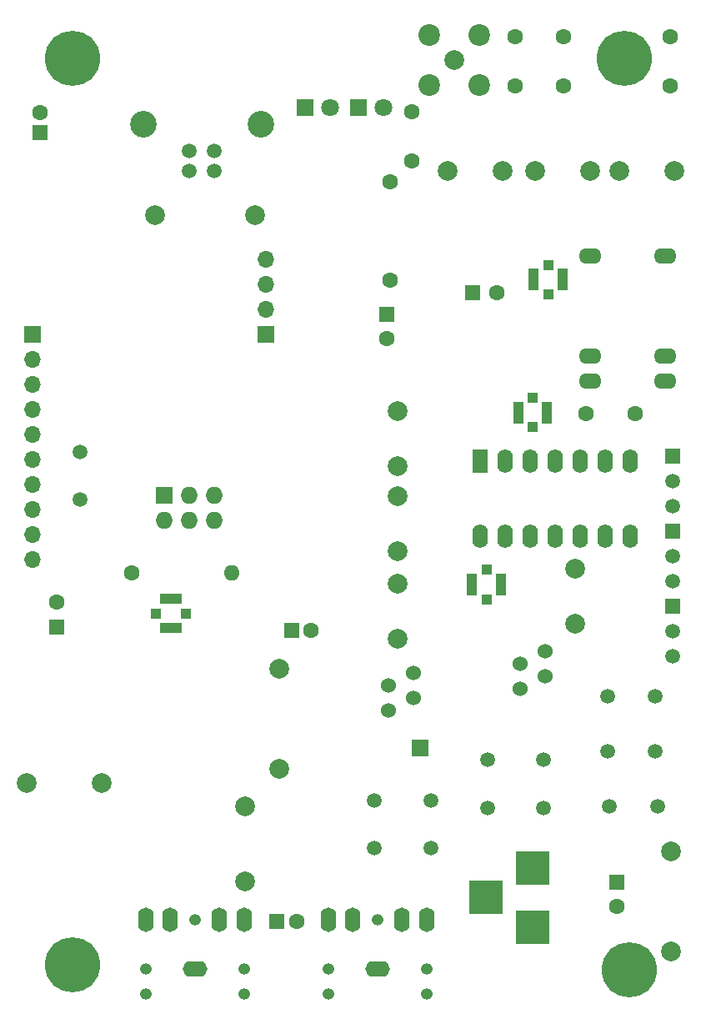
<source format=gbs>
G04 #@! TF.FileFunction,Soldermask,Bot*
%FSLAX46Y46*%
G04 Gerber Fmt 4.6, Leading zero omitted, Abs format (unit mm)*
G04 Created by KiCad (PCBNEW 4.0.7) date 09/18/22 11:46:45*
%MOMM*%
%LPD*%
G01*
G04 APERTURE LIST*
%ADD10C,0.100000*%
%ADD11R,1.600000X1.600000*%
%ADD12C,1.600000*%
%ADD13O,2.500000X1.600000*%
%ADD14O,1.200000X1.200000*%
%ADD15O,1.600000X2.500000*%
%ADD16R,2.200000X1.050000*%
%ADD17R,1.000000X1.000000*%
%ADD18R,1.600000X2.400000*%
%ADD19O,1.600000X2.400000*%
%ADD20R,1.700000X1.700000*%
%ADD21O,1.700000X1.700000*%
%ADD22C,5.600000*%
%ADD23C,1.500000*%
%ADD24R,1.727200X1.727200*%
%ADD25O,1.727200X1.727200*%
%ADD26C,2.200000*%
%ADD27C,2.000000*%
%ADD28O,2.300000X1.600000*%
%ADD29O,1.600000X1.600000*%
%ADD30C,1.998980*%
%ADD31C,1.520000*%
%ADD32R,1.520000X1.520000*%
%ADD33R,3.500120X3.500120*%
%ADD34C,2.700000*%
%ADD35R,1.800000X1.800000*%
%ADD36C,1.800000*%
%ADD37R,1.050000X2.200000*%
%ADD38C,1.524000*%
G04 APERTURE END LIST*
D10*
D11*
X147600000Y-87775000D03*
D12*
X150100000Y-87775000D03*
D13*
X137922000Y-156464000D03*
D14*
X137922000Y-151464000D03*
D15*
X142922000Y-151464000D03*
X140422000Y-151464000D03*
X135422000Y-151464000D03*
X132922000Y-151464000D03*
D14*
X142922000Y-156464000D03*
X132922000Y-156464000D03*
X142922000Y-158964000D03*
X132922000Y-158964000D03*
D16*
X116950000Y-118900000D03*
X116950000Y-121850000D03*
D17*
X115450000Y-120375000D03*
X118450000Y-120375000D03*
D18*
X148336000Y-104902000D03*
D19*
X163576000Y-112522000D03*
X150876000Y-104902000D03*
X161036000Y-112522000D03*
X153416000Y-104902000D03*
X158496000Y-112522000D03*
X155956000Y-104902000D03*
X155956000Y-112522000D03*
X158496000Y-104902000D03*
X153416000Y-112522000D03*
X161036000Y-104902000D03*
X150876000Y-112522000D03*
X163576000Y-104902000D03*
X148336000Y-112522000D03*
D11*
X127740000Y-151630000D03*
D12*
X129740000Y-151630000D03*
D20*
X126575000Y-92025000D03*
D21*
X126575000Y-89485000D03*
X126575000Y-86945000D03*
X126575000Y-84405000D03*
D22*
X163500000Y-156500000D03*
X107000000Y-64000000D03*
X163000000Y-64000000D03*
D11*
X138925000Y-89950000D03*
D12*
X138925000Y-92450000D03*
D23*
X107725000Y-108825000D03*
X107725000Y-103945000D03*
D24*
X116300000Y-108400000D03*
D25*
X116300000Y-110940000D03*
X118840000Y-108400000D03*
X118840000Y-110940000D03*
X121380000Y-108400000D03*
X121380000Y-110940000D03*
D26*
X143185000Y-61610000D03*
X143185000Y-66690000D03*
X148265000Y-66690000D03*
X148265000Y-61610000D03*
D27*
X145725000Y-64150000D03*
D13*
X119380000Y-156464000D03*
D14*
X119380000Y-151464000D03*
D15*
X124380000Y-151464000D03*
X121880000Y-151464000D03*
X116880000Y-151464000D03*
X114380000Y-151464000D03*
D14*
X124380000Y-156464000D03*
X114380000Y-156464000D03*
X124380000Y-158964000D03*
X114380000Y-158964000D03*
D28*
X159512000Y-84074000D03*
X159512000Y-94234000D03*
X167132000Y-84074000D03*
X167132000Y-94234000D03*
X159512000Y-96774000D03*
X167132000Y-96774000D03*
D12*
X113000000Y-116250000D03*
D29*
X123160000Y-116250000D03*
D30*
X167775000Y-154701260D03*
X167775000Y-144541260D03*
X157988000Y-121412000D03*
X157988000Y-115824000D03*
D31*
X167894000Y-122174000D03*
X167894000Y-124714000D03*
D32*
X167894000Y-119634000D03*
D31*
X167894000Y-106934000D03*
X167894000Y-109474000D03*
D32*
X167894000Y-104394000D03*
D33*
X153670000Y-146199860D03*
X153670000Y-152199340D03*
X148971000Y-149199600D03*
D11*
X103700000Y-71500000D03*
D12*
X103700000Y-69500000D03*
D30*
X125501260Y-79900000D03*
X115341260Y-79900000D03*
D31*
X118860000Y-75400000D03*
X121400000Y-75400000D03*
X121400000Y-73400000D03*
X118860000Y-73400000D03*
D34*
X114130000Y-70700000D03*
X126130000Y-70700000D03*
D11*
X162250000Y-147625000D03*
D12*
X162250000Y-150125000D03*
D11*
X105400000Y-121725000D03*
D12*
X105400000Y-119225000D03*
D31*
X167894000Y-114554000D03*
X167894000Y-117094000D03*
D32*
X167894000Y-112014000D03*
D12*
X141400000Y-74425000D03*
X141400000Y-69425000D03*
X151892000Y-66802000D03*
X151892000Y-61802000D03*
X156800000Y-66800000D03*
X156800000Y-61800000D03*
X167640000Y-66802000D03*
X167640000Y-61802000D03*
X139200000Y-86550000D03*
X139200000Y-76550000D03*
D35*
X130600000Y-69000000D03*
D36*
X133140000Y-69000000D03*
D37*
X152225000Y-99950000D03*
X155175000Y-99950000D03*
D17*
X153700000Y-101450000D03*
X153700000Y-98450000D03*
D37*
X147555000Y-117420000D03*
X150505000Y-117420000D03*
D17*
X149030000Y-118920000D03*
X149030000Y-115920000D03*
D12*
X164084000Y-100076000D03*
X159084000Y-100076000D03*
D35*
X136000000Y-69000000D03*
D36*
X138540000Y-69000000D03*
D30*
X139954000Y-108458000D03*
X139954000Y-114046000D03*
X139954000Y-117348000D03*
X139954000Y-122936000D03*
X139954000Y-99822000D03*
X139954000Y-105410000D03*
X145058000Y-75446000D03*
X150646000Y-75446000D03*
X153924000Y-75438000D03*
X159512000Y-75438000D03*
X162533000Y-75446000D03*
X168121000Y-75446000D03*
D11*
X129200000Y-122100000D03*
D12*
X131200000Y-122100000D03*
D23*
X161290000Y-134366000D03*
X166170000Y-134366000D03*
X161290000Y-128778000D03*
X166170000Y-128778000D03*
X166370000Y-139954000D03*
X161490000Y-139954000D03*
X154800000Y-140090000D03*
X154800000Y-135210000D03*
X149170000Y-135210000D03*
X149170000Y-140090000D03*
X137620000Y-144210000D03*
X137620000Y-139330000D03*
X143410000Y-144210000D03*
X143410000Y-139330000D03*
D38*
X152460000Y-128010000D03*
X155000000Y-126740000D03*
X152460000Y-125470000D03*
X155000000Y-124200000D03*
X139020000Y-130230000D03*
X141560000Y-128960000D03*
X139020000Y-127690000D03*
X141560000Y-126420000D03*
D22*
X107000000Y-156000000D03*
D30*
X128000000Y-125998740D03*
X128000000Y-136158740D03*
D37*
X153800000Y-86475000D03*
X156750000Y-86475000D03*
D17*
X155275000Y-87975000D03*
X155275000Y-84975000D03*
D30*
X124480000Y-147540000D03*
X124480000Y-139920000D03*
X102300000Y-137580000D03*
X109920000Y-137580000D03*
D20*
X102875000Y-92000000D03*
D21*
X102875000Y-94540000D03*
X102875000Y-97080000D03*
X102875000Y-99620000D03*
X102875000Y-102160000D03*
X102875000Y-104700000D03*
X102875000Y-107240000D03*
X102875000Y-109780000D03*
X102875000Y-112320000D03*
X102875000Y-114860000D03*
D20*
X142250000Y-134000000D03*
M02*

</source>
